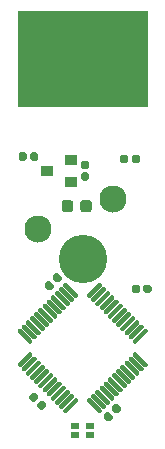
<source format=gbs>
%TF.GenerationSoftware,KiCad,Pcbnew,5.1.6*%
%TF.CreationDate,2020-10-26T01:33:55+01:00*%
%TF.ProjectId,anykey,616e796b-6579-42e6-9b69-6361645f7063,rev?*%
%TF.SameCoordinates,Original*%
%TF.FileFunction,Soldermask,Bot*%
%TF.FilePolarity,Negative*%
%FSLAX46Y46*%
G04 Gerber Fmt 4.6, Leading zero omitted, Abs format (unit mm)*
G04 Created by KiCad (PCBNEW 5.1.6) date 2020-10-26 01:33:55*
%MOMM*%
%LPD*%
G01*
G04 APERTURE LIST*
%ADD10C,4.100000*%
%ADD11C,2.300000*%
%ADD12R,1.000000X0.900000*%
%ADD13R,11.100000X8.250000*%
%ADD14R,0.700000X0.500000*%
G04 APERTURE END LIST*
%TO.C,C4*%
G36*
G01*
X154860000Y-73802500D02*
X154860000Y-74197500D01*
G75*
G02*
X154687500Y-74370000I-172500J0D01*
G01*
X154342500Y-74370000D01*
G75*
G02*
X154170000Y-74197500I0J172500D01*
G01*
X154170000Y-73802500D01*
G75*
G02*
X154342500Y-73630000I172500J0D01*
G01*
X154687500Y-73630000D01*
G75*
G02*
X154860000Y-73802500I0J-172500D01*
G01*
G37*
G36*
G01*
X155830000Y-73802500D02*
X155830000Y-74197500D01*
G75*
G02*
X155657500Y-74370000I-172500J0D01*
G01*
X155312500Y-74370000D01*
G75*
G02*
X155140000Y-74197500I0J172500D01*
G01*
X155140000Y-73802500D01*
G75*
G02*
X155312500Y-73630000I172500J0D01*
G01*
X155657500Y-73630000D01*
G75*
G02*
X155830000Y-73802500I0J-172500D01*
G01*
G37*
%TD*%
D10*
%TO.C,SW1*%
X150000000Y-71500000D03*
D11*
X146190000Y-68960000D03*
X152540000Y-66420000D03*
%TD*%
%TO.C,C6*%
G36*
G01*
X145540000Y-62997500D02*
X145540000Y-62602500D01*
G75*
G02*
X145712500Y-62430000I172500J0D01*
G01*
X146057500Y-62430000D01*
G75*
G02*
X146230000Y-62602500I0J-172500D01*
G01*
X146230000Y-62997500D01*
G75*
G02*
X146057500Y-63170000I-172500J0D01*
G01*
X145712500Y-63170000D01*
G75*
G02*
X145540000Y-62997500I0J172500D01*
G01*
G37*
G36*
G01*
X144570000Y-62997500D02*
X144570000Y-62602500D01*
G75*
G02*
X144742500Y-62430000I172500J0D01*
G01*
X145087500Y-62430000D01*
G75*
G02*
X145260000Y-62602500I0J-172500D01*
G01*
X145260000Y-62997500D01*
G75*
G02*
X145087500Y-63170000I-172500J0D01*
G01*
X144742500Y-63170000D01*
G75*
G02*
X144570000Y-62997500I0J172500D01*
G01*
G37*
%TD*%
%TO.C,U2*%
G36*
G01*
X151343503Y-84515433D02*
X150371230Y-83543162D01*
G75*
G02*
X150371230Y-83401740I70711J70711D01*
G01*
X150512652Y-83260318D01*
G75*
G02*
X150654074Y-83260318I70711J-70711D01*
G01*
X151626346Y-84232590D01*
G75*
G02*
X151626346Y-84374012I-70711J-70711D01*
G01*
X151484924Y-84515434D01*
G75*
G02*
X151343502Y-84515434I-70711J70711D01*
G01*
G37*
G36*
G01*
X151697057Y-84161879D02*
X150724784Y-83189608D01*
G75*
G02*
X150724784Y-83048186I70711J70711D01*
G01*
X150866206Y-82906764D01*
G75*
G02*
X151007628Y-82906764I70711J-70711D01*
G01*
X151979900Y-83879036D01*
G75*
G02*
X151979900Y-84020458I-70711J-70711D01*
G01*
X151838478Y-84161880D01*
G75*
G02*
X151697056Y-84161880I-70711J70711D01*
G01*
G37*
G36*
G01*
X152050610Y-83808326D02*
X151078337Y-82836055D01*
G75*
G02*
X151078337Y-82694633I70711J70711D01*
G01*
X151219759Y-82553211D01*
G75*
G02*
X151361181Y-82553211I70711J-70711D01*
G01*
X152333453Y-83525483D01*
G75*
G02*
X152333453Y-83666905I-70711J-70711D01*
G01*
X152192031Y-83808327D01*
G75*
G02*
X152050609Y-83808327I-70711J70711D01*
G01*
G37*
G36*
G01*
X152404164Y-83454772D02*
X151431891Y-82482501D01*
G75*
G02*
X151431891Y-82341079I70711J70711D01*
G01*
X151573313Y-82199657D01*
G75*
G02*
X151714735Y-82199657I70711J-70711D01*
G01*
X152687007Y-83171929D01*
G75*
G02*
X152687007Y-83313351I-70711J-70711D01*
G01*
X152545585Y-83454773D01*
G75*
G02*
X152404163Y-83454773I-70711J70711D01*
G01*
G37*
G36*
G01*
X152757717Y-83101219D02*
X151785444Y-82128948D01*
G75*
G02*
X151785444Y-81987526I70711J70711D01*
G01*
X151926866Y-81846104D01*
G75*
G02*
X152068288Y-81846104I70711J-70711D01*
G01*
X153040560Y-82818376D01*
G75*
G02*
X153040560Y-82959798I-70711J-70711D01*
G01*
X152899138Y-83101220D01*
G75*
G02*
X152757716Y-83101220I-70711J70711D01*
G01*
G37*
G36*
G01*
X153111270Y-82747666D02*
X152138997Y-81775395D01*
G75*
G02*
X152138997Y-81633973I70711J70711D01*
G01*
X152280419Y-81492551D01*
G75*
G02*
X152421841Y-81492551I70711J-70711D01*
G01*
X153394113Y-82464823D01*
G75*
G02*
X153394113Y-82606245I-70711J-70711D01*
G01*
X153252691Y-82747667D01*
G75*
G02*
X153111269Y-82747667I-70711J70711D01*
G01*
G37*
G36*
G01*
X153464824Y-82394112D02*
X152492551Y-81421841D01*
G75*
G02*
X152492551Y-81280419I70711J70711D01*
G01*
X152633973Y-81138997D01*
G75*
G02*
X152775395Y-81138997I70711J-70711D01*
G01*
X153747667Y-82111269D01*
G75*
G02*
X153747667Y-82252691I-70711J-70711D01*
G01*
X153606245Y-82394113D01*
G75*
G02*
X153464823Y-82394113I-70711J70711D01*
G01*
G37*
G36*
G01*
X153818377Y-82040559D02*
X152846104Y-81068288D01*
G75*
G02*
X152846104Y-80926866I70711J70711D01*
G01*
X152987526Y-80785444D01*
G75*
G02*
X153128948Y-80785444I70711J-70711D01*
G01*
X154101220Y-81757716D01*
G75*
G02*
X154101220Y-81899138I-70711J-70711D01*
G01*
X153959798Y-82040560D01*
G75*
G02*
X153818376Y-82040560I-70711J70711D01*
G01*
G37*
G36*
G01*
X154171930Y-81687006D02*
X153199657Y-80714735D01*
G75*
G02*
X153199657Y-80573313I70711J70711D01*
G01*
X153341079Y-80431891D01*
G75*
G02*
X153482501Y-80431891I70711J-70711D01*
G01*
X154454773Y-81404163D01*
G75*
G02*
X154454773Y-81545585I-70711J-70711D01*
G01*
X154313351Y-81687007D01*
G75*
G02*
X154171929Y-81687007I-70711J70711D01*
G01*
G37*
G36*
G01*
X154525484Y-81333452D02*
X153553211Y-80361181D01*
G75*
G02*
X153553211Y-80219759I70711J70711D01*
G01*
X153694633Y-80078337D01*
G75*
G02*
X153836055Y-80078337I70711J-70711D01*
G01*
X154808327Y-81050609D01*
G75*
G02*
X154808327Y-81192031I-70711J-70711D01*
G01*
X154666905Y-81333453D01*
G75*
G02*
X154525483Y-81333453I-70711J70711D01*
G01*
G37*
G36*
G01*
X154879037Y-80979899D02*
X153906764Y-80007628D01*
G75*
G02*
X153906764Y-79866206I70711J70711D01*
G01*
X154048186Y-79724784D01*
G75*
G02*
X154189608Y-79724784I70711J-70711D01*
G01*
X155161880Y-80697056D01*
G75*
G02*
X155161880Y-80838478I-70711J-70711D01*
G01*
X155020458Y-80979900D01*
G75*
G02*
X154879036Y-80979900I-70711J70711D01*
G01*
G37*
G36*
G01*
X155232591Y-80626345D02*
X154260318Y-79654074D01*
G75*
G02*
X154260318Y-79512652I70711J70711D01*
G01*
X154401740Y-79371230D01*
G75*
G02*
X154543162Y-79371230I70711J-70711D01*
G01*
X155515434Y-80343502D01*
G75*
G02*
X155515434Y-80484924I-70711J-70711D01*
G01*
X155374012Y-80626346D01*
G75*
G02*
X155232590Y-80626346I-70711J70711D01*
G01*
G37*
G36*
G01*
X154401740Y-78628769D02*
X154260318Y-78487348D01*
G75*
G02*
X154260318Y-78345926I70711J70711D01*
G01*
X155232590Y-77373654D01*
G75*
G02*
X155374012Y-77373654I70711J-70711D01*
G01*
X155515434Y-77515076D01*
G75*
G02*
X155515434Y-77656498I-70711J-70711D01*
G01*
X154543162Y-78628770D01*
G75*
G02*
X154401740Y-78628770I-70711J70711D01*
G01*
G37*
G36*
G01*
X154048186Y-78275215D02*
X153906764Y-78133794D01*
G75*
G02*
X153906764Y-77992372I70711J70711D01*
G01*
X154879036Y-77020100D01*
G75*
G02*
X155020458Y-77020100I70711J-70711D01*
G01*
X155161880Y-77161522D01*
G75*
G02*
X155161880Y-77302944I-70711J-70711D01*
G01*
X154189608Y-78275216D01*
G75*
G02*
X154048186Y-78275216I-70711J70711D01*
G01*
G37*
G36*
G01*
X153694633Y-77921662D02*
X153553211Y-77780241D01*
G75*
G02*
X153553211Y-77638819I70711J70711D01*
G01*
X154525483Y-76666547D01*
G75*
G02*
X154666905Y-76666547I70711J-70711D01*
G01*
X154808327Y-76807969D01*
G75*
G02*
X154808327Y-76949391I-70711J-70711D01*
G01*
X153836055Y-77921663D01*
G75*
G02*
X153694633Y-77921663I-70711J70711D01*
G01*
G37*
G36*
G01*
X153341079Y-77568108D02*
X153199657Y-77426687D01*
G75*
G02*
X153199657Y-77285265I70711J70711D01*
G01*
X154171929Y-76312993D01*
G75*
G02*
X154313351Y-76312993I70711J-70711D01*
G01*
X154454773Y-76454415D01*
G75*
G02*
X154454773Y-76595837I-70711J-70711D01*
G01*
X153482501Y-77568109D01*
G75*
G02*
X153341079Y-77568109I-70711J70711D01*
G01*
G37*
G36*
G01*
X152987526Y-77214555D02*
X152846104Y-77073134D01*
G75*
G02*
X152846104Y-76931712I70711J70711D01*
G01*
X153818376Y-75959440D01*
G75*
G02*
X153959798Y-75959440I70711J-70711D01*
G01*
X154101220Y-76100862D01*
G75*
G02*
X154101220Y-76242284I-70711J-70711D01*
G01*
X153128948Y-77214556D01*
G75*
G02*
X152987526Y-77214556I-70711J70711D01*
G01*
G37*
G36*
G01*
X152633973Y-76861002D02*
X152492551Y-76719581D01*
G75*
G02*
X152492551Y-76578159I70711J70711D01*
G01*
X153464823Y-75605887D01*
G75*
G02*
X153606245Y-75605887I70711J-70711D01*
G01*
X153747667Y-75747309D01*
G75*
G02*
X153747667Y-75888731I-70711J-70711D01*
G01*
X152775395Y-76861003D01*
G75*
G02*
X152633973Y-76861003I-70711J70711D01*
G01*
G37*
G36*
G01*
X152280419Y-76507448D02*
X152138997Y-76366027D01*
G75*
G02*
X152138997Y-76224605I70711J70711D01*
G01*
X153111269Y-75252333D01*
G75*
G02*
X153252691Y-75252333I70711J-70711D01*
G01*
X153394113Y-75393755D01*
G75*
G02*
X153394113Y-75535177I-70711J-70711D01*
G01*
X152421841Y-76507449D01*
G75*
G02*
X152280419Y-76507449I-70711J70711D01*
G01*
G37*
G36*
G01*
X151926866Y-76153895D02*
X151785444Y-76012474D01*
G75*
G02*
X151785444Y-75871052I70711J70711D01*
G01*
X152757716Y-74898780D01*
G75*
G02*
X152899138Y-74898780I70711J-70711D01*
G01*
X153040560Y-75040202D01*
G75*
G02*
X153040560Y-75181624I-70711J-70711D01*
G01*
X152068288Y-76153896D01*
G75*
G02*
X151926866Y-76153896I-70711J70711D01*
G01*
G37*
G36*
G01*
X151573313Y-75800342D02*
X151431891Y-75658921D01*
G75*
G02*
X151431891Y-75517499I70711J70711D01*
G01*
X152404163Y-74545227D01*
G75*
G02*
X152545585Y-74545227I70711J-70711D01*
G01*
X152687007Y-74686649D01*
G75*
G02*
X152687007Y-74828071I-70711J-70711D01*
G01*
X151714735Y-75800343D01*
G75*
G02*
X151573313Y-75800343I-70711J70711D01*
G01*
G37*
G36*
G01*
X151219759Y-75446788D02*
X151078337Y-75305367D01*
G75*
G02*
X151078337Y-75163945I70711J70711D01*
G01*
X152050609Y-74191673D01*
G75*
G02*
X152192031Y-74191673I70711J-70711D01*
G01*
X152333453Y-74333095D01*
G75*
G02*
X152333453Y-74474517I-70711J-70711D01*
G01*
X151361181Y-75446789D01*
G75*
G02*
X151219759Y-75446789I-70711J70711D01*
G01*
G37*
G36*
G01*
X150866206Y-75093235D02*
X150724784Y-74951814D01*
G75*
G02*
X150724784Y-74810392I70711J70711D01*
G01*
X151697056Y-73838120D01*
G75*
G02*
X151838478Y-73838120I70711J-70711D01*
G01*
X151979900Y-73979542D01*
G75*
G02*
X151979900Y-74120964I-70711J-70711D01*
G01*
X151007628Y-75093236D01*
G75*
G02*
X150866206Y-75093236I-70711J70711D01*
G01*
G37*
G36*
G01*
X150512652Y-74739681D02*
X150371230Y-74598260D01*
G75*
G02*
X150371230Y-74456838I70711J70711D01*
G01*
X151343502Y-73484566D01*
G75*
G02*
X151484924Y-73484566I70711J-70711D01*
G01*
X151626346Y-73625988D01*
G75*
G02*
X151626346Y-73767410I-70711J-70711D01*
G01*
X150654074Y-74739682D01*
G75*
G02*
X150512652Y-74739682I-70711J70711D01*
G01*
G37*
G36*
G01*
X149345927Y-74739681D02*
X148373654Y-73767410D01*
G75*
G02*
X148373654Y-73625988I70711J70711D01*
G01*
X148515076Y-73484566D01*
G75*
G02*
X148656498Y-73484566I70711J-70711D01*
G01*
X149628770Y-74456838D01*
G75*
G02*
X149628770Y-74598260I-70711J-70711D01*
G01*
X149487348Y-74739682D01*
G75*
G02*
X149345926Y-74739682I-70711J70711D01*
G01*
G37*
G36*
G01*
X148992373Y-75093235D02*
X148020100Y-74120964D01*
G75*
G02*
X148020100Y-73979542I70711J70711D01*
G01*
X148161522Y-73838120D01*
G75*
G02*
X148302944Y-73838120I70711J-70711D01*
G01*
X149275216Y-74810392D01*
G75*
G02*
X149275216Y-74951814I-70711J-70711D01*
G01*
X149133794Y-75093236D01*
G75*
G02*
X148992372Y-75093236I-70711J70711D01*
G01*
G37*
G36*
G01*
X148638820Y-75446788D02*
X147666547Y-74474517D01*
G75*
G02*
X147666547Y-74333095I70711J70711D01*
G01*
X147807969Y-74191673D01*
G75*
G02*
X147949391Y-74191673I70711J-70711D01*
G01*
X148921663Y-75163945D01*
G75*
G02*
X148921663Y-75305367I-70711J-70711D01*
G01*
X148780241Y-75446789D01*
G75*
G02*
X148638819Y-75446789I-70711J70711D01*
G01*
G37*
G36*
G01*
X148285266Y-75800342D02*
X147312993Y-74828071D01*
G75*
G02*
X147312993Y-74686649I70711J70711D01*
G01*
X147454415Y-74545227D01*
G75*
G02*
X147595837Y-74545227I70711J-70711D01*
G01*
X148568109Y-75517499D01*
G75*
G02*
X148568109Y-75658921I-70711J-70711D01*
G01*
X148426687Y-75800343D01*
G75*
G02*
X148285265Y-75800343I-70711J70711D01*
G01*
G37*
G36*
G01*
X147931713Y-76153895D02*
X146959440Y-75181624D01*
G75*
G02*
X146959440Y-75040202I70711J70711D01*
G01*
X147100862Y-74898780D01*
G75*
G02*
X147242284Y-74898780I70711J-70711D01*
G01*
X148214556Y-75871052D01*
G75*
G02*
X148214556Y-76012474I-70711J-70711D01*
G01*
X148073134Y-76153896D01*
G75*
G02*
X147931712Y-76153896I-70711J70711D01*
G01*
G37*
G36*
G01*
X147578160Y-76507448D02*
X146605887Y-75535177D01*
G75*
G02*
X146605887Y-75393755I70711J70711D01*
G01*
X146747309Y-75252333D01*
G75*
G02*
X146888731Y-75252333I70711J-70711D01*
G01*
X147861003Y-76224605D01*
G75*
G02*
X147861003Y-76366027I-70711J-70711D01*
G01*
X147719581Y-76507449D01*
G75*
G02*
X147578159Y-76507449I-70711J70711D01*
G01*
G37*
G36*
G01*
X147224606Y-76861002D02*
X146252333Y-75888731D01*
G75*
G02*
X146252333Y-75747309I70711J70711D01*
G01*
X146393755Y-75605887D01*
G75*
G02*
X146535177Y-75605887I70711J-70711D01*
G01*
X147507449Y-76578159D01*
G75*
G02*
X147507449Y-76719581I-70711J-70711D01*
G01*
X147366027Y-76861003D01*
G75*
G02*
X147224605Y-76861003I-70711J70711D01*
G01*
G37*
G36*
G01*
X146871053Y-77214555D02*
X145898780Y-76242284D01*
G75*
G02*
X145898780Y-76100862I70711J70711D01*
G01*
X146040202Y-75959440D01*
G75*
G02*
X146181624Y-75959440I70711J-70711D01*
G01*
X147153896Y-76931712D01*
G75*
G02*
X147153896Y-77073134I-70711J-70711D01*
G01*
X147012474Y-77214556D01*
G75*
G02*
X146871052Y-77214556I-70711J70711D01*
G01*
G37*
G36*
G01*
X146517500Y-77568108D02*
X145545227Y-76595837D01*
G75*
G02*
X145545227Y-76454415I70711J70711D01*
G01*
X145686649Y-76312993D01*
G75*
G02*
X145828071Y-76312993I70711J-70711D01*
G01*
X146800343Y-77285265D01*
G75*
G02*
X146800343Y-77426687I-70711J-70711D01*
G01*
X146658921Y-77568109D01*
G75*
G02*
X146517499Y-77568109I-70711J70711D01*
G01*
G37*
G36*
G01*
X146163946Y-77921662D02*
X145191673Y-76949391D01*
G75*
G02*
X145191673Y-76807969I70711J70711D01*
G01*
X145333095Y-76666547D01*
G75*
G02*
X145474517Y-76666547I70711J-70711D01*
G01*
X146446789Y-77638819D01*
G75*
G02*
X146446789Y-77780241I-70711J-70711D01*
G01*
X146305367Y-77921663D01*
G75*
G02*
X146163945Y-77921663I-70711J70711D01*
G01*
G37*
G36*
G01*
X145810393Y-78275215D02*
X144838120Y-77302944D01*
G75*
G02*
X144838120Y-77161522I70711J70711D01*
G01*
X144979542Y-77020100D01*
G75*
G02*
X145120964Y-77020100I70711J-70711D01*
G01*
X146093236Y-77992372D01*
G75*
G02*
X146093236Y-78133794I-70711J-70711D01*
G01*
X145951814Y-78275216D01*
G75*
G02*
X145810392Y-78275216I-70711J70711D01*
G01*
G37*
G36*
G01*
X145456839Y-78628769D02*
X144484566Y-77656498D01*
G75*
G02*
X144484566Y-77515076I70711J70711D01*
G01*
X144625988Y-77373654D01*
G75*
G02*
X144767410Y-77373654I70711J-70711D01*
G01*
X145739682Y-78345926D01*
G75*
G02*
X145739682Y-78487348I-70711J-70711D01*
G01*
X145598260Y-78628770D01*
G75*
G02*
X145456838Y-78628770I-70711J70711D01*
G01*
G37*
G36*
G01*
X144625988Y-80626345D02*
X144484566Y-80484924D01*
G75*
G02*
X144484566Y-80343502I70711J70711D01*
G01*
X145456838Y-79371230D01*
G75*
G02*
X145598260Y-79371230I70711J-70711D01*
G01*
X145739682Y-79512652D01*
G75*
G02*
X145739682Y-79654074I-70711J-70711D01*
G01*
X144767410Y-80626346D01*
G75*
G02*
X144625988Y-80626346I-70711J70711D01*
G01*
G37*
G36*
G01*
X144979542Y-80979899D02*
X144838120Y-80838478D01*
G75*
G02*
X144838120Y-80697056I70711J70711D01*
G01*
X145810392Y-79724784D01*
G75*
G02*
X145951814Y-79724784I70711J-70711D01*
G01*
X146093236Y-79866206D01*
G75*
G02*
X146093236Y-80007628I-70711J-70711D01*
G01*
X145120964Y-80979900D01*
G75*
G02*
X144979542Y-80979900I-70711J70711D01*
G01*
G37*
G36*
G01*
X145333095Y-81333452D02*
X145191673Y-81192031D01*
G75*
G02*
X145191673Y-81050609I70711J70711D01*
G01*
X146163945Y-80078337D01*
G75*
G02*
X146305367Y-80078337I70711J-70711D01*
G01*
X146446789Y-80219759D01*
G75*
G02*
X146446789Y-80361181I-70711J-70711D01*
G01*
X145474517Y-81333453D01*
G75*
G02*
X145333095Y-81333453I-70711J70711D01*
G01*
G37*
G36*
G01*
X145686649Y-81687006D02*
X145545227Y-81545585D01*
G75*
G02*
X145545227Y-81404163I70711J70711D01*
G01*
X146517499Y-80431891D01*
G75*
G02*
X146658921Y-80431891I70711J-70711D01*
G01*
X146800343Y-80573313D01*
G75*
G02*
X146800343Y-80714735I-70711J-70711D01*
G01*
X145828071Y-81687007D01*
G75*
G02*
X145686649Y-81687007I-70711J70711D01*
G01*
G37*
G36*
G01*
X146040202Y-82040559D02*
X145898780Y-81899138D01*
G75*
G02*
X145898780Y-81757716I70711J70711D01*
G01*
X146871052Y-80785444D01*
G75*
G02*
X147012474Y-80785444I70711J-70711D01*
G01*
X147153896Y-80926866D01*
G75*
G02*
X147153896Y-81068288I-70711J-70711D01*
G01*
X146181624Y-82040560D01*
G75*
G02*
X146040202Y-82040560I-70711J70711D01*
G01*
G37*
G36*
G01*
X146393755Y-82394112D02*
X146252333Y-82252691D01*
G75*
G02*
X146252333Y-82111269I70711J70711D01*
G01*
X147224605Y-81138997D01*
G75*
G02*
X147366027Y-81138997I70711J-70711D01*
G01*
X147507449Y-81280419D01*
G75*
G02*
X147507449Y-81421841I-70711J-70711D01*
G01*
X146535177Y-82394113D01*
G75*
G02*
X146393755Y-82394113I-70711J70711D01*
G01*
G37*
G36*
G01*
X146747309Y-82747666D02*
X146605887Y-82606245D01*
G75*
G02*
X146605887Y-82464823I70711J70711D01*
G01*
X147578159Y-81492551D01*
G75*
G02*
X147719581Y-81492551I70711J-70711D01*
G01*
X147861003Y-81633973D01*
G75*
G02*
X147861003Y-81775395I-70711J-70711D01*
G01*
X146888731Y-82747667D01*
G75*
G02*
X146747309Y-82747667I-70711J70711D01*
G01*
G37*
G36*
G01*
X147100862Y-83101219D02*
X146959440Y-82959798D01*
G75*
G02*
X146959440Y-82818376I70711J70711D01*
G01*
X147931712Y-81846104D01*
G75*
G02*
X148073134Y-81846104I70711J-70711D01*
G01*
X148214556Y-81987526D01*
G75*
G02*
X148214556Y-82128948I-70711J-70711D01*
G01*
X147242284Y-83101220D01*
G75*
G02*
X147100862Y-83101220I-70711J70711D01*
G01*
G37*
G36*
G01*
X147454415Y-83454772D02*
X147312993Y-83313351D01*
G75*
G02*
X147312993Y-83171929I70711J70711D01*
G01*
X148285265Y-82199657D01*
G75*
G02*
X148426687Y-82199657I70711J-70711D01*
G01*
X148568109Y-82341079D01*
G75*
G02*
X148568109Y-82482501I-70711J-70711D01*
G01*
X147595837Y-83454773D01*
G75*
G02*
X147454415Y-83454773I-70711J70711D01*
G01*
G37*
G36*
G01*
X147807969Y-83808326D02*
X147666547Y-83666905D01*
G75*
G02*
X147666547Y-83525483I70711J70711D01*
G01*
X148638819Y-82553211D01*
G75*
G02*
X148780241Y-82553211I70711J-70711D01*
G01*
X148921663Y-82694633D01*
G75*
G02*
X148921663Y-82836055I-70711J-70711D01*
G01*
X147949391Y-83808327D01*
G75*
G02*
X147807969Y-83808327I-70711J70711D01*
G01*
G37*
G36*
G01*
X148161522Y-84161879D02*
X148020100Y-84020458D01*
G75*
G02*
X148020100Y-83879036I70711J70711D01*
G01*
X148992372Y-82906764D01*
G75*
G02*
X149133794Y-82906764I70711J-70711D01*
G01*
X149275216Y-83048186D01*
G75*
G02*
X149275216Y-83189608I-70711J-70711D01*
G01*
X148302944Y-84161880D01*
G75*
G02*
X148161522Y-84161880I-70711J70711D01*
G01*
G37*
G36*
G01*
X148515076Y-84515433D02*
X148373654Y-84374012D01*
G75*
G02*
X148373654Y-84232590I70711J70711D01*
G01*
X149345926Y-83260318D01*
G75*
G02*
X149487348Y-83260318I70711J-70711D01*
G01*
X149628770Y-83401740D01*
G75*
G02*
X149628770Y-83543162I-70711J-70711D01*
G01*
X148656498Y-84515434D01*
G75*
G02*
X148515076Y-84515434I-70711J70711D01*
G01*
G37*
%TD*%
D12*
%TO.C,U1*%
X149000000Y-63050000D03*
X149000000Y-64950000D03*
X147000000Y-64000000D03*
%TD*%
%TO.C,R1*%
G36*
G01*
X154140000Y-63197500D02*
X154140000Y-62802500D01*
G75*
G02*
X154312500Y-62630000I172500J0D01*
G01*
X154657500Y-62630000D01*
G75*
G02*
X154830000Y-62802500I0J-172500D01*
G01*
X154830000Y-63197500D01*
G75*
G02*
X154657500Y-63370000I-172500J0D01*
G01*
X154312500Y-63370000D01*
G75*
G02*
X154140000Y-63197500I0J172500D01*
G01*
G37*
G36*
G01*
X153170000Y-63197500D02*
X153170000Y-62802500D01*
G75*
G02*
X153342500Y-62630000I172500J0D01*
G01*
X153687500Y-62630000D01*
G75*
G02*
X153860000Y-62802500I0J-172500D01*
G01*
X153860000Y-63197500D01*
G75*
G02*
X153687500Y-63370000I-172500J0D01*
G01*
X153342500Y-63370000D01*
G75*
G02*
X153170000Y-63197500I0J172500D01*
G01*
G37*
%TD*%
D13*
%TO.C,J1*%
X150000000Y-54575000D03*
%TD*%
D14*
%TO.C,D1*%
X149350000Y-85600000D03*
X150650000Y-85600000D03*
X150650000Y-86400000D03*
X149350000Y-86400000D03*
%TD*%
%TO.C,C7*%
G36*
G01*
X150397500Y-64830000D02*
X150002500Y-64830000D01*
G75*
G02*
X149830000Y-64657500I0J172500D01*
G01*
X149830000Y-64312500D01*
G75*
G02*
X150002500Y-64140000I172500J0D01*
G01*
X150397500Y-64140000D01*
G75*
G02*
X150570000Y-64312500I0J-172500D01*
G01*
X150570000Y-64657500D01*
G75*
G02*
X150397500Y-64830000I-172500J0D01*
G01*
G37*
G36*
G01*
X150397500Y-63860000D02*
X150002500Y-63860000D01*
G75*
G02*
X149830000Y-63687500I0J172500D01*
G01*
X149830000Y-63342500D01*
G75*
G02*
X150002500Y-63170000I172500J0D01*
G01*
X150397500Y-63170000D01*
G75*
G02*
X150570000Y-63342500I0J-172500D01*
G01*
X150570000Y-63687500D01*
G75*
G02*
X150397500Y-63860000I-172500J0D01*
G01*
G37*
%TD*%
%TO.C,C5*%
G36*
G01*
X152052755Y-85226552D02*
X151773447Y-84947245D01*
G75*
G02*
X151773447Y-84703293I121976J121976D01*
G01*
X152017399Y-84459341D01*
G75*
G02*
X152261351Y-84459341I121976J-121976D01*
G01*
X152540659Y-84738649D01*
G75*
G02*
X152540659Y-84982601I-121976J-121976D01*
G01*
X152296707Y-85226553D01*
G75*
G02*
X152052755Y-85226553I-121976J121976D01*
G01*
G37*
G36*
G01*
X152738649Y-84540658D02*
X152459341Y-84261351D01*
G75*
G02*
X152459341Y-84017399I121976J121976D01*
G01*
X152703293Y-83773447D01*
G75*
G02*
X152947245Y-83773447I121976J-121976D01*
G01*
X153226553Y-84052755D01*
G75*
G02*
X153226553Y-84296707I-121976J-121976D01*
G01*
X152982601Y-84540659D01*
G75*
G02*
X152738649Y-84540659I-121976J121976D01*
G01*
G37*
%TD*%
%TO.C,C3*%
G36*
G01*
X147947245Y-72673448D02*
X148226553Y-72952755D01*
G75*
G02*
X148226553Y-73196707I-121976J-121976D01*
G01*
X147982601Y-73440659D01*
G75*
G02*
X147738649Y-73440659I-121976J121976D01*
G01*
X147459341Y-73161351D01*
G75*
G02*
X147459341Y-72917399I121976J121976D01*
G01*
X147703293Y-72673447D01*
G75*
G02*
X147947245Y-72673447I121976J-121976D01*
G01*
G37*
G36*
G01*
X147261351Y-73359342D02*
X147540659Y-73638649D01*
G75*
G02*
X147540659Y-73882601I-121976J-121976D01*
G01*
X147296707Y-74126553D01*
G75*
G02*
X147052755Y-74126553I-121976J121976D01*
G01*
X146773447Y-73847245D01*
G75*
G02*
X146773447Y-73603293I121976J121976D01*
G01*
X147017399Y-73359341D01*
G75*
G02*
X147261351Y-73359341I121976J-121976D01*
G01*
G37*
%TD*%
%TO.C,C2*%
G36*
G01*
X146159342Y-83738649D02*
X146438649Y-83459341D01*
G75*
G02*
X146682601Y-83459341I121976J-121976D01*
G01*
X146926553Y-83703293D01*
G75*
G02*
X146926553Y-83947245I-121976J-121976D01*
G01*
X146647245Y-84226553D01*
G75*
G02*
X146403293Y-84226553I-121976J121976D01*
G01*
X146159341Y-83982601D01*
G75*
G02*
X146159341Y-83738649I121976J121976D01*
G01*
G37*
G36*
G01*
X145473448Y-83052755D02*
X145752755Y-82773447D01*
G75*
G02*
X145996707Y-82773447I121976J-121976D01*
G01*
X146240659Y-83017399D01*
G75*
G02*
X146240659Y-83261351I-121976J-121976D01*
G01*
X145961351Y-83540659D01*
G75*
G02*
X145717399Y-83540659I-121976J121976D01*
G01*
X145473447Y-83296707D01*
G75*
G02*
X145473447Y-83052755I121976J121976D01*
G01*
G37*
%TD*%
%TO.C,C1*%
G36*
G01*
X149800000Y-67281250D02*
X149800000Y-66718750D01*
G75*
G02*
X150043750Y-66475000I243750J0D01*
G01*
X150531250Y-66475000D01*
G75*
G02*
X150775000Y-66718750I0J-243750D01*
G01*
X150775000Y-67281250D01*
G75*
G02*
X150531250Y-67525000I-243750J0D01*
G01*
X150043750Y-67525000D01*
G75*
G02*
X149800000Y-67281250I0J243750D01*
G01*
G37*
G36*
G01*
X148225000Y-67281250D02*
X148225000Y-66718750D01*
G75*
G02*
X148468750Y-66475000I243750J0D01*
G01*
X148956250Y-66475000D01*
G75*
G02*
X149200000Y-66718750I0J-243750D01*
G01*
X149200000Y-67281250D01*
G75*
G02*
X148956250Y-67525000I-243750J0D01*
G01*
X148468750Y-67525000D01*
G75*
G02*
X148225000Y-67281250I0J243750D01*
G01*
G37*
%TD*%
M02*

</source>
